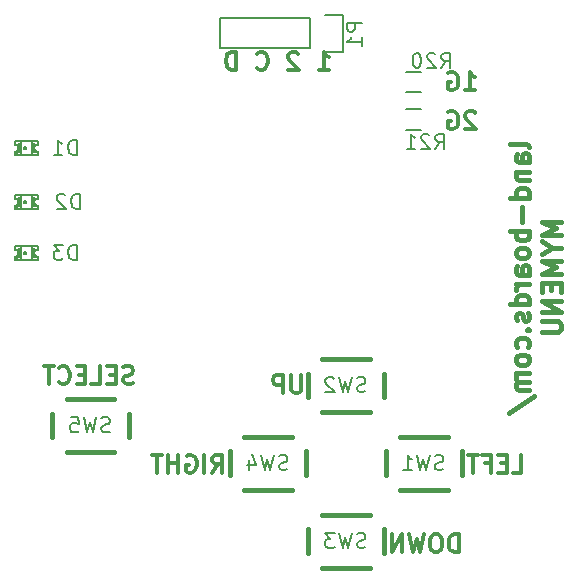
<source format=gbo>
G04 #@! TF.FileFunction,Legend,Bot*
%FSLAX46Y46*%
G04 Gerber Fmt 4.6, Leading zero omitted, Abs format (unit mm)*
G04 Created by KiCad (PCBNEW (after 2015-mar-04 BZR unknown)-product) date 7/17/2015 7:44:50 PM*
%MOMM*%
G01*
G04 APERTURE LIST*
%ADD10C,0.150000*%
%ADD11C,0.300000*%
%ADD12C,0.412750*%
%ADD13C,0.381000*%
G04 APERTURE END LIST*
D10*
D11*
X136052571Y-73743429D02*
X135981142Y-73672000D01*
X135838285Y-73600571D01*
X135481142Y-73600571D01*
X135338285Y-73672000D01*
X135266856Y-73743429D01*
X135195428Y-73886286D01*
X135195428Y-74029143D01*
X135266856Y-74243429D01*
X136123999Y-75100571D01*
X135195428Y-75100571D01*
X133766857Y-73672000D02*
X133909714Y-73600571D01*
X134124000Y-73600571D01*
X134338285Y-73672000D01*
X134481143Y-73814857D01*
X134552571Y-73957714D01*
X134624000Y-74243429D01*
X134624000Y-74457714D01*
X134552571Y-74743429D01*
X134481143Y-74886286D01*
X134338285Y-75029143D01*
X134124000Y-75100571D01*
X133981143Y-75100571D01*
X133766857Y-75029143D01*
X133695428Y-74957714D01*
X133695428Y-74457714D01*
X133981143Y-74457714D01*
X135195428Y-71798571D02*
X136052571Y-71798571D01*
X135623999Y-71798571D02*
X135623999Y-70298571D01*
X135766856Y-70512857D01*
X135909714Y-70655714D01*
X136052571Y-70727143D01*
X133766857Y-70370000D02*
X133909714Y-70298571D01*
X134124000Y-70298571D01*
X134338285Y-70370000D01*
X134481143Y-70512857D01*
X134552571Y-70655714D01*
X134624000Y-70941429D01*
X134624000Y-71155714D01*
X134552571Y-71441429D01*
X134481143Y-71584286D01*
X134338285Y-71727143D01*
X134124000Y-71798571D01*
X133981143Y-71798571D01*
X133766857Y-71727143D01*
X133695428Y-71655714D01*
X133695428Y-71155714D01*
X133981143Y-71155714D01*
X107092286Y-96619143D02*
X106878000Y-96690571D01*
X106520857Y-96690571D01*
X106378000Y-96619143D01*
X106306571Y-96547714D01*
X106235143Y-96404857D01*
X106235143Y-96262000D01*
X106306571Y-96119143D01*
X106378000Y-96047714D01*
X106520857Y-95976286D01*
X106806571Y-95904857D01*
X106949429Y-95833429D01*
X107020857Y-95762000D01*
X107092286Y-95619143D01*
X107092286Y-95476286D01*
X107020857Y-95333429D01*
X106949429Y-95262000D01*
X106806571Y-95190571D01*
X106449429Y-95190571D01*
X106235143Y-95262000D01*
X105592286Y-95904857D02*
X105092286Y-95904857D01*
X104878000Y-96690571D02*
X105592286Y-96690571D01*
X105592286Y-95190571D01*
X104878000Y-95190571D01*
X103520857Y-96690571D02*
X104235143Y-96690571D01*
X104235143Y-95190571D01*
X103020857Y-95904857D02*
X102520857Y-95904857D01*
X102306571Y-96690571D02*
X103020857Y-96690571D01*
X103020857Y-95190571D01*
X102306571Y-95190571D01*
X100806571Y-96547714D02*
X100878000Y-96619143D01*
X101092286Y-96690571D01*
X101235143Y-96690571D01*
X101449428Y-96619143D01*
X101592286Y-96476286D01*
X101663714Y-96333429D01*
X101735143Y-96047714D01*
X101735143Y-95833429D01*
X101663714Y-95547714D01*
X101592286Y-95404857D01*
X101449428Y-95262000D01*
X101235143Y-95190571D01*
X101092286Y-95190571D01*
X100878000Y-95262000D01*
X100806571Y-95333429D01*
X100378000Y-95190571D02*
X99520857Y-95190571D01*
X99949428Y-96690571D02*
X99949428Y-95190571D01*
X134647429Y-110914571D02*
X134647429Y-109414571D01*
X134290286Y-109414571D01*
X134076001Y-109486000D01*
X133933143Y-109628857D01*
X133861715Y-109771714D01*
X133790286Y-110057429D01*
X133790286Y-110271714D01*
X133861715Y-110557429D01*
X133933143Y-110700286D01*
X134076001Y-110843143D01*
X134290286Y-110914571D01*
X134647429Y-110914571D01*
X132861715Y-109414571D02*
X132576001Y-109414571D01*
X132433143Y-109486000D01*
X132290286Y-109628857D01*
X132218858Y-109914571D01*
X132218858Y-110414571D01*
X132290286Y-110700286D01*
X132433143Y-110843143D01*
X132576001Y-110914571D01*
X132861715Y-110914571D01*
X133004572Y-110843143D01*
X133147429Y-110700286D01*
X133218858Y-110414571D01*
X133218858Y-109914571D01*
X133147429Y-109628857D01*
X133004572Y-109486000D01*
X132861715Y-109414571D01*
X131718857Y-109414571D02*
X131361714Y-110914571D01*
X131076000Y-109843143D01*
X130790286Y-110914571D01*
X130433143Y-109414571D01*
X129861714Y-110914571D02*
X129861714Y-109414571D01*
X129004571Y-110914571D01*
X129004571Y-109414571D01*
X113760000Y-104183571D02*
X114260000Y-103469286D01*
X114617143Y-104183571D02*
X114617143Y-102683571D01*
X114045715Y-102683571D01*
X113902857Y-102755000D01*
X113831429Y-102826429D01*
X113760000Y-102969286D01*
X113760000Y-103183571D01*
X113831429Y-103326429D01*
X113902857Y-103397857D01*
X114045715Y-103469286D01*
X114617143Y-103469286D01*
X113117143Y-104183571D02*
X113117143Y-102683571D01*
X111617143Y-102755000D02*
X111760000Y-102683571D01*
X111974286Y-102683571D01*
X112188571Y-102755000D01*
X112331429Y-102897857D01*
X112402857Y-103040714D01*
X112474286Y-103326429D01*
X112474286Y-103540714D01*
X112402857Y-103826429D01*
X112331429Y-103969286D01*
X112188571Y-104112143D01*
X111974286Y-104183571D01*
X111831429Y-104183571D01*
X111617143Y-104112143D01*
X111545714Y-104040714D01*
X111545714Y-103540714D01*
X111831429Y-103540714D01*
X110902857Y-104183571D02*
X110902857Y-102683571D01*
X110902857Y-103397857D02*
X110045714Y-103397857D01*
X110045714Y-104183571D02*
X110045714Y-102683571D01*
X109545714Y-102683571D02*
X108688571Y-102683571D01*
X109117142Y-104183571D02*
X109117142Y-102683571D01*
X139223571Y-104183571D02*
X139937857Y-104183571D01*
X139937857Y-102683571D01*
X138723571Y-103397857D02*
X138223571Y-103397857D01*
X138009285Y-104183571D02*
X138723571Y-104183571D01*
X138723571Y-102683571D01*
X138009285Y-102683571D01*
X136866428Y-103397857D02*
X137366428Y-103397857D01*
X137366428Y-104183571D02*
X137366428Y-102683571D01*
X136652142Y-102683571D01*
X136295000Y-102683571D02*
X135437857Y-102683571D01*
X135866428Y-104183571D02*
X135866428Y-102683571D01*
X121320571Y-95952571D02*
X121320571Y-97166857D01*
X121249143Y-97309714D01*
X121177714Y-97381143D01*
X121034857Y-97452571D01*
X120749143Y-97452571D01*
X120606285Y-97381143D01*
X120534857Y-97309714D01*
X120463428Y-97166857D01*
X120463428Y-95952571D01*
X119749142Y-97452571D02*
X119749142Y-95952571D01*
X119177714Y-95952571D01*
X119034856Y-96024000D01*
X118963428Y-96095429D01*
X118891999Y-96238286D01*
X118891999Y-96452571D01*
X118963428Y-96595429D01*
X119034856Y-96666857D01*
X119177714Y-96738286D01*
X119749142Y-96738286D01*
X122778399Y-70071371D02*
X123635542Y-70071371D01*
X123206970Y-70071371D02*
X123206970Y-68571371D01*
X123349827Y-68785657D01*
X123492685Y-68928514D01*
X123635542Y-68999943D01*
X121064114Y-68714229D02*
X120992685Y-68642800D01*
X120849828Y-68571371D01*
X120492685Y-68571371D01*
X120349828Y-68642800D01*
X120278399Y-68714229D01*
X120206971Y-68857086D01*
X120206971Y-68999943D01*
X120278399Y-69214229D01*
X121135542Y-70071371D01*
X120206971Y-70071371D01*
X117564114Y-69928514D02*
X117635543Y-69999943D01*
X117849829Y-70071371D01*
X117992686Y-70071371D01*
X118206971Y-69999943D01*
X118349829Y-69857086D01*
X118421257Y-69714229D01*
X118492686Y-69428514D01*
X118492686Y-69214229D01*
X118421257Y-68928514D01*
X118349829Y-68785657D01*
X118206971Y-68642800D01*
X117992686Y-68571371D01*
X117849829Y-68571371D01*
X117635543Y-68642800D01*
X117564114Y-68714229D01*
X115778400Y-70071371D02*
X115778400Y-68571371D01*
X115421257Y-68571371D01*
X115206972Y-68642800D01*
X115064114Y-68785657D01*
X114992686Y-68928514D01*
X114921257Y-69214229D01*
X114921257Y-69428514D01*
X114992686Y-69714229D01*
X115064114Y-69857086D01*
X115206972Y-69999943D01*
X115421257Y-70071371D01*
X115778400Y-70071371D01*
D12*
X140608806Y-76584023D02*
X140530187Y-76426785D01*
X140372949Y-76348166D01*
X138957806Y-76348166D01*
X140608806Y-77920548D02*
X139743996Y-77920548D01*
X139586758Y-77841929D01*
X139508139Y-77684691D01*
X139508139Y-77370214D01*
X139586758Y-77212976D01*
X140530187Y-77920548D02*
X140608806Y-77763310D01*
X140608806Y-77370214D01*
X140530187Y-77212976D01*
X140372949Y-77134357D01*
X140215711Y-77134357D01*
X140058473Y-77212976D01*
X139979854Y-77370214D01*
X139979854Y-77763310D01*
X139901235Y-77920548D01*
X139508139Y-78706738D02*
X140608806Y-78706738D01*
X139665377Y-78706738D02*
X139586758Y-78785357D01*
X139508139Y-78942595D01*
X139508139Y-79178453D01*
X139586758Y-79335691D01*
X139743996Y-79414310D01*
X140608806Y-79414310D01*
X140608806Y-80908072D02*
X138957806Y-80908072D01*
X140530187Y-80908072D02*
X140608806Y-80750834D01*
X140608806Y-80436357D01*
X140530187Y-80279119D01*
X140451568Y-80200500D01*
X140294330Y-80121881D01*
X139822615Y-80121881D01*
X139665377Y-80200500D01*
X139586758Y-80279119D01*
X139508139Y-80436357D01*
X139508139Y-80750834D01*
X139586758Y-80908072D01*
X139979854Y-81694262D02*
X139979854Y-82952167D01*
X140608806Y-83738357D02*
X138957806Y-83738357D01*
X139586758Y-83738357D02*
X139508139Y-83895595D01*
X139508139Y-84210072D01*
X139586758Y-84367310D01*
X139665377Y-84445929D01*
X139822615Y-84524548D01*
X140294330Y-84524548D01*
X140451568Y-84445929D01*
X140530187Y-84367310D01*
X140608806Y-84210072D01*
X140608806Y-83895595D01*
X140530187Y-83738357D01*
X140608806Y-85467976D02*
X140530187Y-85310738D01*
X140451568Y-85232119D01*
X140294330Y-85153500D01*
X139822615Y-85153500D01*
X139665377Y-85232119D01*
X139586758Y-85310738D01*
X139508139Y-85467976D01*
X139508139Y-85703834D01*
X139586758Y-85861072D01*
X139665377Y-85939691D01*
X139822615Y-86018310D01*
X140294330Y-86018310D01*
X140451568Y-85939691D01*
X140530187Y-85861072D01*
X140608806Y-85703834D01*
X140608806Y-85467976D01*
X140608806Y-87433453D02*
X139743996Y-87433453D01*
X139586758Y-87354834D01*
X139508139Y-87197596D01*
X139508139Y-86883119D01*
X139586758Y-86725881D01*
X140530187Y-87433453D02*
X140608806Y-87276215D01*
X140608806Y-86883119D01*
X140530187Y-86725881D01*
X140372949Y-86647262D01*
X140215711Y-86647262D01*
X140058473Y-86725881D01*
X139979854Y-86883119D01*
X139979854Y-87276215D01*
X139901235Y-87433453D01*
X140608806Y-88219643D02*
X139508139Y-88219643D01*
X139822615Y-88219643D02*
X139665377Y-88298262D01*
X139586758Y-88376881D01*
X139508139Y-88534119D01*
X139508139Y-88691358D01*
X140608806Y-89949263D02*
X138957806Y-89949263D01*
X140530187Y-89949263D02*
X140608806Y-89792025D01*
X140608806Y-89477548D01*
X140530187Y-89320310D01*
X140451568Y-89241691D01*
X140294330Y-89163072D01*
X139822615Y-89163072D01*
X139665377Y-89241691D01*
X139586758Y-89320310D01*
X139508139Y-89477548D01*
X139508139Y-89792025D01*
X139586758Y-89949263D01*
X140530187Y-90656834D02*
X140608806Y-90814072D01*
X140608806Y-91128548D01*
X140530187Y-91285787D01*
X140372949Y-91364406D01*
X140294330Y-91364406D01*
X140137092Y-91285787D01*
X140058473Y-91128548D01*
X140058473Y-90892691D01*
X139979854Y-90735453D01*
X139822615Y-90656834D01*
X139743996Y-90656834D01*
X139586758Y-90735453D01*
X139508139Y-90892691D01*
X139508139Y-91128548D01*
X139586758Y-91285787D01*
X140451568Y-92071977D02*
X140530187Y-92150596D01*
X140608806Y-92071977D01*
X140530187Y-91993358D01*
X140451568Y-92071977D01*
X140608806Y-92071977D01*
X140530187Y-93565739D02*
X140608806Y-93408501D01*
X140608806Y-93094024D01*
X140530187Y-92936786D01*
X140451568Y-92858167D01*
X140294330Y-92779548D01*
X139822615Y-92779548D01*
X139665377Y-92858167D01*
X139586758Y-92936786D01*
X139508139Y-93094024D01*
X139508139Y-93408501D01*
X139586758Y-93565739D01*
X140608806Y-94509167D02*
X140530187Y-94351929D01*
X140451568Y-94273310D01*
X140294330Y-94194691D01*
X139822615Y-94194691D01*
X139665377Y-94273310D01*
X139586758Y-94351929D01*
X139508139Y-94509167D01*
X139508139Y-94745025D01*
X139586758Y-94902263D01*
X139665377Y-94980882D01*
X139822615Y-95059501D01*
X140294330Y-95059501D01*
X140451568Y-94980882D01*
X140530187Y-94902263D01*
X140608806Y-94745025D01*
X140608806Y-94509167D01*
X140608806Y-95767072D02*
X139508139Y-95767072D01*
X139665377Y-95767072D02*
X139586758Y-95845691D01*
X139508139Y-96002929D01*
X139508139Y-96238787D01*
X139586758Y-96396025D01*
X139743996Y-96474644D01*
X140608806Y-96474644D01*
X139743996Y-96474644D02*
X139586758Y-96553263D01*
X139508139Y-96710501D01*
X139508139Y-96946358D01*
X139586758Y-97103596D01*
X139743996Y-97182215D01*
X140608806Y-97182215D01*
X138879187Y-99147691D02*
X141001901Y-97732548D01*
X143332956Y-82952167D02*
X141681956Y-82952167D01*
X142861242Y-83502501D01*
X141681956Y-84052834D01*
X143332956Y-84052834D01*
X142546765Y-85153500D02*
X143332956Y-85153500D01*
X141681956Y-84603167D02*
X142546765Y-85153500D01*
X141681956Y-85703834D01*
X143332956Y-86254167D02*
X141681956Y-86254167D01*
X142861242Y-86804501D01*
X141681956Y-87354834D01*
X143332956Y-87354834D01*
X142468146Y-88141024D02*
X142468146Y-88691358D01*
X143332956Y-88927215D02*
X143332956Y-88141024D01*
X141681956Y-88141024D01*
X141681956Y-88927215D01*
X143332956Y-89634786D02*
X141681956Y-89634786D01*
X143332956Y-90578215D01*
X141681956Y-90578215D01*
X141681956Y-91364405D02*
X143018480Y-91364405D01*
X143175718Y-91443024D01*
X143254337Y-91521643D01*
X143332956Y-91678881D01*
X143332956Y-91993358D01*
X143254337Y-92150596D01*
X143175718Y-92229215D01*
X143018480Y-92307834D01*
X141681956Y-92307834D01*
D10*
X131410000Y-70245000D02*
X130210000Y-70245000D01*
X130210000Y-71995000D02*
X131410000Y-71995000D01*
X131410000Y-73420000D02*
X130210000Y-73420000D01*
X130210000Y-75170000D02*
X131410000Y-75170000D01*
X122040000Y-68270000D02*
X114420000Y-68270000D01*
X122040000Y-65730000D02*
X114420000Y-65730000D01*
X124860000Y-65450000D02*
X123310000Y-65450000D01*
X114420000Y-68270000D02*
X114420000Y-65730000D01*
X122040000Y-65730000D02*
X122040000Y-68270000D01*
X123310000Y-68550000D02*
X124860000Y-68550000D01*
X124860000Y-68550000D02*
X124860000Y-65450000D01*
D13*
X134951200Y-102399240D02*
X134951200Y-104400760D01*
X133698980Y-105650440D02*
X129701020Y-105650440D01*
X128448800Y-102399240D02*
X128448800Y-104149300D01*
X128448800Y-104149300D02*
X128448800Y-104400760D01*
X133698980Y-101149560D02*
X129701020Y-101149560D01*
X128351200Y-95799240D02*
X128351200Y-97800760D01*
X127098980Y-99050440D02*
X123101020Y-99050440D01*
X121848800Y-95799240D02*
X121848800Y-97549300D01*
X121848800Y-97549300D02*
X121848800Y-97800760D01*
X127098980Y-94549560D02*
X123101020Y-94549560D01*
X128351200Y-108999240D02*
X128351200Y-111000760D01*
X127098980Y-112250440D02*
X123101020Y-112250440D01*
X121848800Y-108999240D02*
X121848800Y-110749300D01*
X121848800Y-110749300D02*
X121848800Y-111000760D01*
X127098980Y-107749560D02*
X123101020Y-107749560D01*
X121751200Y-102399240D02*
X121751200Y-104400760D01*
X120498980Y-105650440D02*
X116501020Y-105650440D01*
X115248800Y-102399240D02*
X115248800Y-104149300D01*
X115248800Y-104149300D02*
X115248800Y-104400760D01*
X120498980Y-101149560D02*
X116501020Y-101149560D01*
X106727200Y-99199240D02*
X106727200Y-101200760D01*
X105474980Y-102450440D02*
X101477020Y-102450440D01*
X100224800Y-99199240D02*
X100224800Y-100949300D01*
X100224800Y-100949300D02*
X100224800Y-101200760D01*
X105474980Y-97949560D02*
X101477020Y-97949560D01*
D10*
X97546160Y-76408280D02*
X97546160Y-76083160D01*
X97546160Y-76083160D02*
X97045780Y-76083160D01*
X97045780Y-76408280D02*
X97045780Y-76083160D01*
X97546160Y-76408280D02*
X97045780Y-76408280D01*
X97546160Y-77030580D02*
X97546160Y-76880720D01*
X97546160Y-76880720D02*
X97294700Y-76880720D01*
X97294700Y-77030580D02*
X97294700Y-76880720D01*
X97546160Y-77030580D02*
X97294700Y-77030580D01*
X97546160Y-76535280D02*
X97546160Y-76385420D01*
X97546160Y-76385420D02*
X97294700Y-76385420D01*
X97294700Y-76535280D02*
X97294700Y-76385420D01*
X97546160Y-76535280D02*
X97294700Y-76535280D01*
X97546160Y-76906120D02*
X97546160Y-76509880D01*
X97546160Y-76509880D02*
X97370900Y-76509880D01*
X97370900Y-76906120D02*
X97370900Y-76509880D01*
X97546160Y-76906120D02*
X97370900Y-76906120D01*
X99042220Y-76408280D02*
X99042220Y-76083160D01*
X99042220Y-76083160D02*
X98541840Y-76083160D01*
X98541840Y-76408280D02*
X98541840Y-76083160D01*
X99042220Y-76408280D02*
X98541840Y-76408280D01*
X99042220Y-77332840D02*
X99042220Y-77007720D01*
X99042220Y-77007720D02*
X98541840Y-77007720D01*
X98541840Y-77332840D02*
X98541840Y-77007720D01*
X99042220Y-77332840D02*
X98541840Y-77332840D01*
X98793300Y-76535280D02*
X98793300Y-76385420D01*
X98793300Y-76385420D02*
X98541840Y-76385420D01*
X98541840Y-76535280D02*
X98541840Y-76385420D01*
X98793300Y-76535280D02*
X98541840Y-76535280D01*
X98793300Y-77030580D02*
X98793300Y-76880720D01*
X98793300Y-76880720D02*
X98541840Y-76880720D01*
X98541840Y-77030580D02*
X98541840Y-76880720D01*
X98793300Y-77030580D02*
X98541840Y-77030580D01*
X98717100Y-76906120D02*
X98717100Y-76509880D01*
X98717100Y-76509880D02*
X98541840Y-76509880D01*
X98541840Y-76906120D02*
X98541840Y-76509880D01*
X98717100Y-76906120D02*
X98541840Y-76906120D01*
X98044000Y-76807060D02*
X98044000Y-76608940D01*
X98044000Y-76608940D02*
X97845880Y-76608940D01*
X97845880Y-76807060D02*
X97845880Y-76608940D01*
X98044000Y-76807060D02*
X97845880Y-76807060D01*
X97546160Y-77307440D02*
X97546160Y-77007720D01*
X97546160Y-77007720D02*
X97246440Y-77007720D01*
X97246440Y-77307440D02*
X97246440Y-77007720D01*
X97546160Y-77307440D02*
X97246440Y-77307440D01*
X97119440Y-77332840D02*
X97119440Y-77106780D01*
X97119440Y-77106780D02*
X97045780Y-77106780D01*
X97045780Y-77332840D02*
X97045780Y-77106780D01*
X97119440Y-77332840D02*
X97045780Y-77332840D01*
X97520760Y-76133960D02*
X98567240Y-76133960D01*
X98541840Y-77282040D02*
X97119440Y-77282040D01*
X97267482Y-77157580D02*
G75*
G03X97267482Y-77157580I-71842J0D01*
G01*
X97045780Y-77055980D02*
G75*
G03X97045780Y-76360020I0J347980D01*
G01*
X99042220Y-76360020D02*
G75*
G03X99042220Y-77055980I0J-347980D01*
G01*
X97546160Y-80980280D02*
X97546160Y-80655160D01*
X97546160Y-80655160D02*
X97045780Y-80655160D01*
X97045780Y-80980280D02*
X97045780Y-80655160D01*
X97546160Y-80980280D02*
X97045780Y-80980280D01*
X97546160Y-81602580D02*
X97546160Y-81452720D01*
X97546160Y-81452720D02*
X97294700Y-81452720D01*
X97294700Y-81602580D02*
X97294700Y-81452720D01*
X97546160Y-81602580D02*
X97294700Y-81602580D01*
X97546160Y-81107280D02*
X97546160Y-80957420D01*
X97546160Y-80957420D02*
X97294700Y-80957420D01*
X97294700Y-81107280D02*
X97294700Y-80957420D01*
X97546160Y-81107280D02*
X97294700Y-81107280D01*
X97546160Y-81478120D02*
X97546160Y-81081880D01*
X97546160Y-81081880D02*
X97370900Y-81081880D01*
X97370900Y-81478120D02*
X97370900Y-81081880D01*
X97546160Y-81478120D02*
X97370900Y-81478120D01*
X99042220Y-80980280D02*
X99042220Y-80655160D01*
X99042220Y-80655160D02*
X98541840Y-80655160D01*
X98541840Y-80980280D02*
X98541840Y-80655160D01*
X99042220Y-80980280D02*
X98541840Y-80980280D01*
X99042220Y-81904840D02*
X99042220Y-81579720D01*
X99042220Y-81579720D02*
X98541840Y-81579720D01*
X98541840Y-81904840D02*
X98541840Y-81579720D01*
X99042220Y-81904840D02*
X98541840Y-81904840D01*
X98793300Y-81107280D02*
X98793300Y-80957420D01*
X98793300Y-80957420D02*
X98541840Y-80957420D01*
X98541840Y-81107280D02*
X98541840Y-80957420D01*
X98793300Y-81107280D02*
X98541840Y-81107280D01*
X98793300Y-81602580D02*
X98793300Y-81452720D01*
X98793300Y-81452720D02*
X98541840Y-81452720D01*
X98541840Y-81602580D02*
X98541840Y-81452720D01*
X98793300Y-81602580D02*
X98541840Y-81602580D01*
X98717100Y-81478120D02*
X98717100Y-81081880D01*
X98717100Y-81081880D02*
X98541840Y-81081880D01*
X98541840Y-81478120D02*
X98541840Y-81081880D01*
X98717100Y-81478120D02*
X98541840Y-81478120D01*
X98044000Y-81379060D02*
X98044000Y-81180940D01*
X98044000Y-81180940D02*
X97845880Y-81180940D01*
X97845880Y-81379060D02*
X97845880Y-81180940D01*
X98044000Y-81379060D02*
X97845880Y-81379060D01*
X97546160Y-81879440D02*
X97546160Y-81579720D01*
X97546160Y-81579720D02*
X97246440Y-81579720D01*
X97246440Y-81879440D02*
X97246440Y-81579720D01*
X97546160Y-81879440D02*
X97246440Y-81879440D01*
X97119440Y-81904840D02*
X97119440Y-81678780D01*
X97119440Y-81678780D02*
X97045780Y-81678780D01*
X97045780Y-81904840D02*
X97045780Y-81678780D01*
X97119440Y-81904840D02*
X97045780Y-81904840D01*
X97520760Y-80705960D02*
X98567240Y-80705960D01*
X98541840Y-81854040D02*
X97119440Y-81854040D01*
X97267482Y-81729580D02*
G75*
G03X97267482Y-81729580I-71842J0D01*
G01*
X97045780Y-81627980D02*
G75*
G03X97045780Y-80932020I0J347980D01*
G01*
X99042220Y-80932020D02*
G75*
G03X99042220Y-81627980I0J-347980D01*
G01*
X97546160Y-85298280D02*
X97546160Y-84973160D01*
X97546160Y-84973160D02*
X97045780Y-84973160D01*
X97045780Y-85298280D02*
X97045780Y-84973160D01*
X97546160Y-85298280D02*
X97045780Y-85298280D01*
X97546160Y-85920580D02*
X97546160Y-85770720D01*
X97546160Y-85770720D02*
X97294700Y-85770720D01*
X97294700Y-85920580D02*
X97294700Y-85770720D01*
X97546160Y-85920580D02*
X97294700Y-85920580D01*
X97546160Y-85425280D02*
X97546160Y-85275420D01*
X97546160Y-85275420D02*
X97294700Y-85275420D01*
X97294700Y-85425280D02*
X97294700Y-85275420D01*
X97546160Y-85425280D02*
X97294700Y-85425280D01*
X97546160Y-85796120D02*
X97546160Y-85399880D01*
X97546160Y-85399880D02*
X97370900Y-85399880D01*
X97370900Y-85796120D02*
X97370900Y-85399880D01*
X97546160Y-85796120D02*
X97370900Y-85796120D01*
X99042220Y-85298280D02*
X99042220Y-84973160D01*
X99042220Y-84973160D02*
X98541840Y-84973160D01*
X98541840Y-85298280D02*
X98541840Y-84973160D01*
X99042220Y-85298280D02*
X98541840Y-85298280D01*
X99042220Y-86222840D02*
X99042220Y-85897720D01*
X99042220Y-85897720D02*
X98541840Y-85897720D01*
X98541840Y-86222840D02*
X98541840Y-85897720D01*
X99042220Y-86222840D02*
X98541840Y-86222840D01*
X98793300Y-85425280D02*
X98793300Y-85275420D01*
X98793300Y-85275420D02*
X98541840Y-85275420D01*
X98541840Y-85425280D02*
X98541840Y-85275420D01*
X98793300Y-85425280D02*
X98541840Y-85425280D01*
X98793300Y-85920580D02*
X98793300Y-85770720D01*
X98793300Y-85770720D02*
X98541840Y-85770720D01*
X98541840Y-85920580D02*
X98541840Y-85770720D01*
X98793300Y-85920580D02*
X98541840Y-85920580D01*
X98717100Y-85796120D02*
X98717100Y-85399880D01*
X98717100Y-85399880D02*
X98541840Y-85399880D01*
X98541840Y-85796120D02*
X98541840Y-85399880D01*
X98717100Y-85796120D02*
X98541840Y-85796120D01*
X98044000Y-85697060D02*
X98044000Y-85498940D01*
X98044000Y-85498940D02*
X97845880Y-85498940D01*
X97845880Y-85697060D02*
X97845880Y-85498940D01*
X98044000Y-85697060D02*
X97845880Y-85697060D01*
X97546160Y-86197440D02*
X97546160Y-85897720D01*
X97546160Y-85897720D02*
X97246440Y-85897720D01*
X97246440Y-86197440D02*
X97246440Y-85897720D01*
X97546160Y-86197440D02*
X97246440Y-86197440D01*
X97119440Y-86222840D02*
X97119440Y-85996780D01*
X97119440Y-85996780D02*
X97045780Y-85996780D01*
X97045780Y-86222840D02*
X97045780Y-85996780D01*
X97119440Y-86222840D02*
X97045780Y-86222840D01*
X97520760Y-85023960D02*
X98567240Y-85023960D01*
X98541840Y-86172040D02*
X97119440Y-86172040D01*
X97267482Y-86047580D02*
G75*
G03X97267482Y-86047580I-71842J0D01*
G01*
X97045780Y-85945980D02*
G75*
G03X97045780Y-85250020I0J347980D01*
G01*
X99042220Y-85250020D02*
G75*
G03X99042220Y-85945980I0J-347980D01*
G01*
X133150429Y-69916524D02*
X133573762Y-69311762D01*
X133876143Y-69916524D02*
X133876143Y-68646524D01*
X133392334Y-68646524D01*
X133271381Y-68707000D01*
X133210905Y-68767476D01*
X133150429Y-68888429D01*
X133150429Y-69069857D01*
X133210905Y-69190810D01*
X133271381Y-69251286D01*
X133392334Y-69311762D01*
X133876143Y-69311762D01*
X132666619Y-68767476D02*
X132606143Y-68707000D01*
X132485191Y-68646524D01*
X132182810Y-68646524D01*
X132061857Y-68707000D01*
X132001381Y-68767476D01*
X131940905Y-68888429D01*
X131940905Y-69009381D01*
X132001381Y-69190810D01*
X132727095Y-69916524D01*
X131940905Y-69916524D01*
X131154714Y-68646524D02*
X131033762Y-68646524D01*
X130912810Y-68707000D01*
X130852333Y-68767476D01*
X130791857Y-68888429D01*
X130731381Y-69130333D01*
X130731381Y-69432714D01*
X130791857Y-69674619D01*
X130852333Y-69795571D01*
X130912810Y-69856048D01*
X131033762Y-69916524D01*
X131154714Y-69916524D01*
X131275667Y-69856048D01*
X131336143Y-69795571D01*
X131396619Y-69674619D01*
X131457095Y-69432714D01*
X131457095Y-69130333D01*
X131396619Y-68888429D01*
X131336143Y-68767476D01*
X131275667Y-68707000D01*
X131154714Y-68646524D01*
X132642429Y-76774524D02*
X133065762Y-76169762D01*
X133368143Y-76774524D02*
X133368143Y-75504524D01*
X132884334Y-75504524D01*
X132763381Y-75565000D01*
X132702905Y-75625476D01*
X132642429Y-75746429D01*
X132642429Y-75927857D01*
X132702905Y-76048810D01*
X132763381Y-76109286D01*
X132884334Y-76169762D01*
X133368143Y-76169762D01*
X132158619Y-75625476D02*
X132098143Y-75565000D01*
X131977191Y-75504524D01*
X131674810Y-75504524D01*
X131553857Y-75565000D01*
X131493381Y-75625476D01*
X131432905Y-75746429D01*
X131432905Y-75867381D01*
X131493381Y-76048810D01*
X132219095Y-76774524D01*
X131432905Y-76774524D01*
X130223381Y-76774524D02*
X130949095Y-76774524D01*
X130586238Y-76774524D02*
X130586238Y-75504524D01*
X130707190Y-75685952D01*
X130828143Y-75806905D01*
X130949095Y-75867381D01*
X126456924Y-66118619D02*
X125186924Y-66118619D01*
X125186924Y-66602428D01*
X125247400Y-66723381D01*
X125307876Y-66783857D01*
X125428829Y-66844333D01*
X125610257Y-66844333D01*
X125731210Y-66783857D01*
X125791686Y-66723381D01*
X125852162Y-66602428D01*
X125852162Y-66118619D01*
X126456924Y-68053857D02*
X126456924Y-67328143D01*
X126456924Y-67691000D02*
X125186924Y-67691000D01*
X125368352Y-67570048D01*
X125489305Y-67449095D01*
X125549781Y-67328143D01*
X133342533Y-103914048D02*
X133161105Y-103974524D01*
X132858724Y-103974524D01*
X132737771Y-103914048D01*
X132677295Y-103853571D01*
X132616819Y-103732619D01*
X132616819Y-103611667D01*
X132677295Y-103490714D01*
X132737771Y-103430238D01*
X132858724Y-103369762D01*
X133100628Y-103309286D01*
X133221581Y-103248810D01*
X133282057Y-103188333D01*
X133342533Y-103067381D01*
X133342533Y-102946429D01*
X133282057Y-102825476D01*
X133221581Y-102765000D01*
X133100628Y-102704524D01*
X132798248Y-102704524D01*
X132616819Y-102765000D01*
X132193485Y-102704524D02*
X131891104Y-103974524D01*
X131649200Y-103067381D01*
X131407295Y-103974524D01*
X131104914Y-102704524D01*
X129955866Y-103974524D02*
X130681580Y-103974524D01*
X130318723Y-103974524D02*
X130318723Y-102704524D01*
X130439675Y-102885952D01*
X130560628Y-103006905D01*
X130681580Y-103067381D01*
X126742533Y-97314048D02*
X126561105Y-97374524D01*
X126258724Y-97374524D01*
X126137771Y-97314048D01*
X126077295Y-97253571D01*
X126016819Y-97132619D01*
X126016819Y-97011667D01*
X126077295Y-96890714D01*
X126137771Y-96830238D01*
X126258724Y-96769762D01*
X126500628Y-96709286D01*
X126621581Y-96648810D01*
X126682057Y-96588333D01*
X126742533Y-96467381D01*
X126742533Y-96346429D01*
X126682057Y-96225476D01*
X126621581Y-96165000D01*
X126500628Y-96104524D01*
X126198248Y-96104524D01*
X126016819Y-96165000D01*
X125593485Y-96104524D02*
X125291104Y-97374524D01*
X125049200Y-96467381D01*
X124807295Y-97374524D01*
X124504914Y-96104524D01*
X124081580Y-96225476D02*
X124021104Y-96165000D01*
X123900152Y-96104524D01*
X123597771Y-96104524D01*
X123476818Y-96165000D01*
X123416342Y-96225476D01*
X123355866Y-96346429D01*
X123355866Y-96467381D01*
X123416342Y-96648810D01*
X124142056Y-97374524D01*
X123355866Y-97374524D01*
X126742533Y-110514048D02*
X126561105Y-110574524D01*
X126258724Y-110574524D01*
X126137771Y-110514048D01*
X126077295Y-110453571D01*
X126016819Y-110332619D01*
X126016819Y-110211667D01*
X126077295Y-110090714D01*
X126137771Y-110030238D01*
X126258724Y-109969762D01*
X126500628Y-109909286D01*
X126621581Y-109848810D01*
X126682057Y-109788333D01*
X126742533Y-109667381D01*
X126742533Y-109546429D01*
X126682057Y-109425476D01*
X126621581Y-109365000D01*
X126500628Y-109304524D01*
X126198248Y-109304524D01*
X126016819Y-109365000D01*
X125593485Y-109304524D02*
X125291104Y-110574524D01*
X125049200Y-109667381D01*
X124807295Y-110574524D01*
X124504914Y-109304524D01*
X124142056Y-109304524D02*
X123355866Y-109304524D01*
X123779199Y-109788333D01*
X123597771Y-109788333D01*
X123476818Y-109848810D01*
X123416342Y-109909286D01*
X123355866Y-110030238D01*
X123355866Y-110332619D01*
X123416342Y-110453571D01*
X123476818Y-110514048D01*
X123597771Y-110574524D01*
X123960628Y-110574524D01*
X124081580Y-110514048D01*
X124142056Y-110453571D01*
X120142533Y-103914048D02*
X119961105Y-103974524D01*
X119658724Y-103974524D01*
X119537771Y-103914048D01*
X119477295Y-103853571D01*
X119416819Y-103732619D01*
X119416819Y-103611667D01*
X119477295Y-103490714D01*
X119537771Y-103430238D01*
X119658724Y-103369762D01*
X119900628Y-103309286D01*
X120021581Y-103248810D01*
X120082057Y-103188333D01*
X120142533Y-103067381D01*
X120142533Y-102946429D01*
X120082057Y-102825476D01*
X120021581Y-102765000D01*
X119900628Y-102704524D01*
X119598248Y-102704524D01*
X119416819Y-102765000D01*
X118993485Y-102704524D02*
X118691104Y-103974524D01*
X118449200Y-103067381D01*
X118207295Y-103974524D01*
X117904914Y-102704524D01*
X116876818Y-103127857D02*
X116876818Y-103974524D01*
X117179199Y-102644048D02*
X117481580Y-103551190D01*
X116695390Y-103551190D01*
X105118533Y-100714048D02*
X104937105Y-100774524D01*
X104634724Y-100774524D01*
X104513771Y-100714048D01*
X104453295Y-100653571D01*
X104392819Y-100532619D01*
X104392819Y-100411667D01*
X104453295Y-100290714D01*
X104513771Y-100230238D01*
X104634724Y-100169762D01*
X104876628Y-100109286D01*
X104997581Y-100048810D01*
X105058057Y-99988333D01*
X105118533Y-99867381D01*
X105118533Y-99746429D01*
X105058057Y-99625476D01*
X104997581Y-99565000D01*
X104876628Y-99504524D01*
X104574248Y-99504524D01*
X104392819Y-99565000D01*
X103969485Y-99504524D02*
X103667104Y-100774524D01*
X103425200Y-99867381D01*
X103183295Y-100774524D01*
X102880914Y-99504524D01*
X101792342Y-99504524D02*
X102397104Y-99504524D01*
X102457580Y-100109286D01*
X102397104Y-100048810D01*
X102276152Y-99988333D01*
X101973771Y-99988333D01*
X101852818Y-100048810D01*
X101792342Y-100109286D01*
X101731866Y-100230238D01*
X101731866Y-100532619D01*
X101792342Y-100653571D01*
X101852818Y-100714048D01*
X101973771Y-100774524D01*
X102276152Y-100774524D01*
X102397104Y-100714048D01*
X102457580Y-100653571D01*
X102283381Y-77282524D02*
X102283381Y-76012524D01*
X101981000Y-76012524D01*
X101799572Y-76073000D01*
X101678619Y-76193952D01*
X101618143Y-76314905D01*
X101557667Y-76556810D01*
X101557667Y-76738238D01*
X101618143Y-76980143D01*
X101678619Y-77101095D01*
X101799572Y-77222048D01*
X101981000Y-77282524D01*
X102283381Y-77282524D01*
X100348143Y-77282524D02*
X101073857Y-77282524D01*
X100711000Y-77282524D02*
X100711000Y-76012524D01*
X100831952Y-76193952D01*
X100952905Y-76314905D01*
X101073857Y-76375381D01*
X102537381Y-81854524D02*
X102537381Y-80584524D01*
X102235000Y-80584524D01*
X102053572Y-80645000D01*
X101932619Y-80765952D01*
X101872143Y-80886905D01*
X101811667Y-81128810D01*
X101811667Y-81310238D01*
X101872143Y-81552143D01*
X101932619Y-81673095D01*
X102053572Y-81794048D01*
X102235000Y-81854524D01*
X102537381Y-81854524D01*
X101327857Y-80705476D02*
X101267381Y-80645000D01*
X101146429Y-80584524D01*
X100844048Y-80584524D01*
X100723095Y-80645000D01*
X100662619Y-80705476D01*
X100602143Y-80826429D01*
X100602143Y-80947381D01*
X100662619Y-81128810D01*
X101388333Y-81854524D01*
X100602143Y-81854524D01*
X102283381Y-86172524D02*
X102283381Y-84902524D01*
X101981000Y-84902524D01*
X101799572Y-84963000D01*
X101678619Y-85083952D01*
X101618143Y-85204905D01*
X101557667Y-85446810D01*
X101557667Y-85628238D01*
X101618143Y-85870143D01*
X101678619Y-85991095D01*
X101799572Y-86112048D01*
X101981000Y-86172524D01*
X102283381Y-86172524D01*
X101134333Y-84902524D02*
X100348143Y-84902524D01*
X100771476Y-85386333D01*
X100590048Y-85386333D01*
X100469095Y-85446810D01*
X100408619Y-85507286D01*
X100348143Y-85628238D01*
X100348143Y-85930619D01*
X100408619Y-86051571D01*
X100469095Y-86112048D01*
X100590048Y-86172524D01*
X100952905Y-86172524D01*
X101073857Y-86112048D01*
X101134333Y-86051571D01*
M02*

</source>
